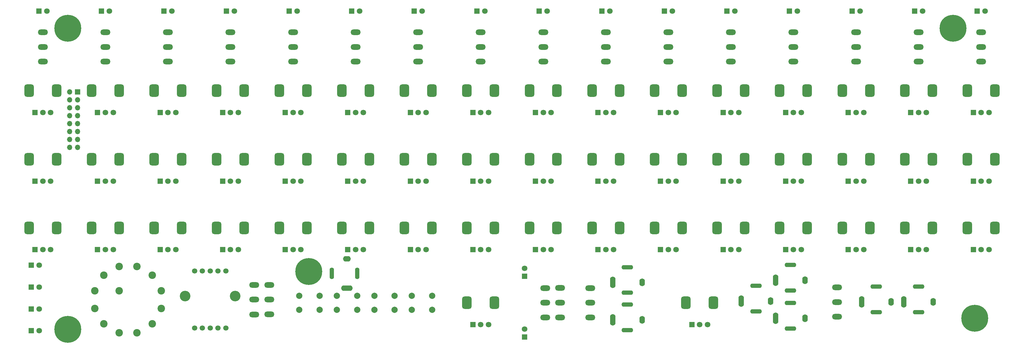
<source format=gbr>
%TF.GenerationSoftware,KiCad,Pcbnew,7.0.9*%
%TF.CreationDate,2024-01-01T10:09:09-06:00*%
%TF.ProjectId,SoundLab16StepSequencer,536f756e-644c-4616-9231-365374657053,rev?*%
%TF.SameCoordinates,Original*%
%TF.FileFunction,Soldermask,Bot*%
%TF.FilePolarity,Negative*%
%FSLAX46Y46*%
G04 Gerber Fmt 4.6, Leading zero omitted, Abs format (unit mm)*
G04 Created by KiCad (PCBNEW 7.0.9) date 2024-01-01 10:09:09*
%MOMM*%
%LPD*%
G01*
G04 APERTURE LIST*
G04 Aperture macros list*
%AMRoundRect*
0 Rectangle with rounded corners*
0 $1 Rounding radius*
0 $2 $3 $4 $5 $6 $7 $8 $9 X,Y pos of 4 corners*
0 Add a 4 corners polygon primitive as box body*
4,1,4,$2,$3,$4,$5,$6,$7,$8,$9,$2,$3,0*
0 Add four circle primitives for the rounded corners*
1,1,$1+$1,$2,$3*
1,1,$1+$1,$4,$5*
1,1,$1+$1,$6,$7*
1,1,$1+$1,$8,$9*
0 Add four rect primitives between the rounded corners*
20,1,$1+$1,$2,$3,$4,$5,0*
20,1,$1+$1,$4,$5,$6,$7,0*
20,1,$1+$1,$6,$7,$8,$9,0*
20,1,$1+$1,$8,$9,$2,$3,0*%
G04 Aperture macros list end*
%ADD10R,1.800000X1.800000*%
%ADD11C,1.800000*%
%ADD12RoundRect,0.750000X0.750000X-1.250000X0.750000X1.250000X-0.750000X1.250000X-0.750000X-1.250000X0*%
%ADD13C,2.000000*%
%ADD14O,1.750000X3.700000*%
%ADD15O,1.750000X2.500000*%
%ADD16O,3.700000X1.400000*%
%ADD17O,3.200000X1.800000*%
%ADD18C,1.700000*%
%ADD19C,3.400000*%
%ADD20C,8.600000*%
%ADD21C,2.400000*%
%ADD22O,3.700000X1.750000*%
%ADD23O,2.500000X1.750000*%
%ADD24O,1.400000X3.700000*%
%ADD25R,1.700000X1.700000*%
%ADD26O,1.700000X1.700000*%
G04 APERTURE END LIST*
D10*
%TO.C,RV43*%
X309500000Y-162000000D03*
D11*
X312000000Y-162000000D03*
X314500000Y-162000000D03*
D12*
X307600000Y-155000000D03*
X316400000Y-155000000D03*
%TD*%
D13*
%TO.C,SW20*%
X190000000Y-176750000D03*
X196500000Y-176750000D03*
X190000000Y-181250000D03*
X196500000Y-181250000D03*
%TD*%
D14*
%TO.C,J6*%
X306300000Y-171750000D03*
D15*
X315700000Y-171750000D03*
D16*
X311000000Y-166850000D03*
X311000000Y-175050000D03*
%TD*%
D17*
%TO.C,SW8*%
X152000000Y-92300000D03*
X152000000Y-97000000D03*
X152000000Y-101700000D03*
%TD*%
D10*
%TO.C,RV22*%
X289500000Y-118000000D03*
D11*
X292000000Y-118000000D03*
X294500000Y-118000000D03*
D12*
X287600000Y-111000000D03*
X296400000Y-111000000D03*
%TD*%
D10*
%TO.C,RV33*%
X209500000Y-140000000D03*
D11*
X212000000Y-140000000D03*
X214500000Y-140000000D03*
D12*
X207600000Y-133000000D03*
X216400000Y-133000000D03*
%TD*%
D17*
%TO.C,SW2*%
X139600000Y-182770000D03*
X139600000Y-178000000D03*
X139600000Y-173300000D03*
X144400000Y-182700000D03*
X144400000Y-178000000D03*
X144400000Y-173300000D03*
%TD*%
D13*
%TO.C,SW22*%
X166000000Y-176750000D03*
X172500000Y-176750000D03*
X166000000Y-181250000D03*
X172500000Y-181250000D03*
%TD*%
D10*
%TO.C,D45*%
X68275000Y-174000000D03*
D11*
X70815000Y-174000000D03*
%TD*%
D10*
%TO.C,RV5*%
X369500000Y-118000000D03*
D11*
X372000000Y-118000000D03*
X374500000Y-118000000D03*
D12*
X367600000Y-111000000D03*
X376400000Y-111000000D03*
%TD*%
D17*
%TO.C,SW11*%
X212000000Y-92300000D03*
X212000000Y-97000000D03*
X212000000Y-101700000D03*
%TD*%
%TO.C,SW9*%
X172000000Y-92300000D03*
X172000000Y-97000000D03*
X172000000Y-101700000D03*
%TD*%
D10*
%TO.C,RV45*%
X289500000Y-162000000D03*
D11*
X292000000Y-162000000D03*
X294500000Y-162000000D03*
D12*
X287600000Y-155000000D03*
X296400000Y-155000000D03*
%TD*%
D10*
%TO.C,RV11*%
X349500000Y-140000000D03*
D11*
X352000000Y-140000000D03*
X354500000Y-140000000D03*
D12*
X347600000Y-133000000D03*
X356400000Y-133000000D03*
%TD*%
D13*
%TO.C,SW21*%
X178000000Y-176750000D03*
X184500000Y-176750000D03*
X178000000Y-181250000D03*
X184500000Y-181250000D03*
%TD*%
D10*
%TO.C,RV38*%
X89500000Y-162000000D03*
D11*
X92000000Y-162000000D03*
X94500000Y-162000000D03*
D12*
X87600000Y-155000000D03*
X96400000Y-155000000D03*
%TD*%
D17*
%TO.C,SW19*%
X372000000Y-92300000D03*
X372000000Y-97000000D03*
X372000000Y-101700000D03*
%TD*%
%TO.C,SW26*%
X325900000Y-174100000D03*
X325900000Y-178800000D03*
X325900000Y-183500000D03*
%TD*%
D18*
%TO.C,SW1*%
X130500000Y-187150000D03*
X128000000Y-187150000D03*
D19*
X117500000Y-176900000D03*
D18*
X125500000Y-187150000D03*
D19*
X133500000Y-176900000D03*
D18*
X123000000Y-187150000D03*
X120500000Y-187150000D03*
X120500000Y-168850000D03*
X123000000Y-168850000D03*
X125500000Y-168850000D03*
X128000000Y-168850000D03*
X130500000Y-168850000D03*
%TD*%
D10*
%TO.C,RV26*%
X269500000Y-118000000D03*
D11*
X272000000Y-118000000D03*
X274500000Y-118000000D03*
D12*
X267600000Y-111000000D03*
X276400000Y-111000000D03*
%TD*%
D17*
%TO.C,SW13*%
X252000000Y-92300000D03*
X252000000Y-97000000D03*
X252000000Y-101700000D03*
%TD*%
D10*
%TO.C,D14*%
X190725000Y-85500000D03*
D11*
X193265000Y-85500000D03*
%TD*%
D10*
%TO.C,RV20*%
X149500000Y-118000000D03*
D11*
X152000000Y-118000000D03*
X154500000Y-118000000D03*
D12*
X147600000Y-111000000D03*
X156400000Y-111000000D03*
%TD*%
D10*
%TO.C,RV12*%
X109500000Y-118000000D03*
D11*
X112000000Y-118000000D03*
X114500000Y-118000000D03*
D12*
X107600000Y-111000000D03*
X116400000Y-111000000D03*
%TD*%
D17*
%TO.C,SW16*%
X312000000Y-92300000D03*
X312000000Y-97000000D03*
X312000000Y-101700000D03*
%TD*%
%TO.C,SW15*%
X292000000Y-92300000D03*
X292000000Y-97000000D03*
X292000000Y-101700000D03*
%TD*%
D10*
%TO.C,RV47*%
X269500000Y-162000000D03*
D11*
X272000000Y-162000000D03*
X274500000Y-162000000D03*
D12*
X267600000Y-155000000D03*
X276400000Y-155000000D03*
%TD*%
D10*
%TO.C,RV42*%
X129500000Y-162000000D03*
D11*
X132000000Y-162000000D03*
X134500000Y-162000000D03*
D12*
X127600000Y-155000000D03*
X136400000Y-155000000D03*
%TD*%
D10*
%TO.C,RV8*%
X89500000Y-118000000D03*
D11*
X92000000Y-118000000D03*
X94500000Y-118000000D03*
D12*
X87600000Y-111000000D03*
X96400000Y-111000000D03*
%TD*%
D10*
%TO.C,RV25*%
X169500000Y-140000000D03*
D11*
X172000000Y-140000000D03*
X174500000Y-140000000D03*
D12*
X167600000Y-133000000D03*
X176400000Y-133000000D03*
%TD*%
D10*
%TO.C,D61*%
X226000000Y-190000000D03*
D11*
X226000000Y-187460000D03*
%TD*%
D14*
%TO.C,J8*%
X295300000Y-178500000D03*
D15*
X304700000Y-178500000D03*
D16*
X300000000Y-173600000D03*
X300000000Y-181800000D03*
%TD*%
D10*
%TO.C,RV23*%
X289500000Y-140000000D03*
D11*
X292000000Y-140000000D03*
X294500000Y-140000000D03*
D12*
X287600000Y-133000000D03*
X296400000Y-133000000D03*
%TD*%
D10*
%TO.C,RV37*%
X369500000Y-162000000D03*
D11*
X372000000Y-162000000D03*
X374500000Y-162000000D03*
D12*
X367600000Y-155000000D03*
X376400000Y-155000000D03*
%TD*%
D14*
%TO.C,J7*%
X306300000Y-184000000D03*
D15*
X315700000Y-184000000D03*
D16*
X311000000Y-179100000D03*
X311000000Y-187300000D03*
%TD*%
D10*
%TO.C,D2*%
X70725000Y-85500000D03*
D11*
X73265000Y-85500000D03*
%TD*%
D10*
%TO.C,D64*%
X226000000Y-170500000D03*
D11*
X226000000Y-167960000D03*
%TD*%
D14*
%TO.C,J4*%
X333800000Y-178750000D03*
D15*
X343200000Y-178750000D03*
D16*
X338500000Y-173850000D03*
X338500000Y-182050000D03*
%TD*%
D10*
%TO.C,RV18*%
X309500000Y-118000000D03*
D11*
X312000000Y-118000000D03*
X314500000Y-118000000D03*
D12*
X307600000Y-111000000D03*
X316400000Y-111000000D03*
%TD*%
D17*
%TO.C,SW5*%
X92000000Y-92300000D03*
X92000000Y-97000000D03*
X92000000Y-101700000D03*
%TD*%
D10*
%TO.C,RV9*%
X89500000Y-140000000D03*
D11*
X92000000Y-140000000D03*
X94500000Y-140000000D03*
D12*
X87600000Y-133000000D03*
X96400000Y-133000000D03*
%TD*%
D20*
%TO.C,H5*%
X80000000Y-187500000D03*
%TD*%
D10*
%TO.C,D5*%
X350725000Y-85500000D03*
D11*
X353265000Y-85500000D03*
%TD*%
D10*
%TO.C,RV16*%
X129500000Y-118000000D03*
D11*
X132000000Y-118000000D03*
X134500000Y-118000000D03*
D12*
X127600000Y-111000000D03*
X136400000Y-111000000D03*
%TD*%
D10*
%TO.C,D47*%
X68275000Y-188000000D03*
D11*
X70815000Y-188000000D03*
%TD*%
D17*
%TO.C,SW12*%
X232000000Y-92300000D03*
X232000000Y-97000000D03*
X232000000Y-101700000D03*
%TD*%
D10*
%TO.C,RV4*%
X69500000Y-140000000D03*
D11*
X72000000Y-140000000D03*
X74500000Y-140000000D03*
D12*
X67600000Y-133000000D03*
X76400000Y-133000000D03*
%TD*%
D10*
%TO.C,D15*%
X250725000Y-85500000D03*
D11*
X253265000Y-85500000D03*
%TD*%
D10*
%TO.C,RV21*%
X149500000Y-140000000D03*
D11*
X152000000Y-140000000D03*
X154500000Y-140000000D03*
D12*
X147600000Y-133000000D03*
X156400000Y-133000000D03*
%TD*%
D10*
%TO.C,RV17*%
X129500000Y-140000000D03*
D11*
X132000000Y-140000000D03*
X134500000Y-140000000D03*
D12*
X127600000Y-133000000D03*
X136400000Y-133000000D03*
%TD*%
D17*
%TO.C,SW10*%
X192000000Y-92300000D03*
X192000000Y-97000000D03*
X192000000Y-101700000D03*
%TD*%
%TO.C,SW25*%
X247000000Y-183700000D03*
X247000000Y-179000000D03*
X247000000Y-174300000D03*
%TD*%
D10*
%TO.C,RV28*%
X189500000Y-118000000D03*
D11*
X192000000Y-118000000D03*
X194500000Y-118000000D03*
D12*
X187600000Y-111000000D03*
X196400000Y-111000000D03*
%TD*%
D10*
%TO.C,D7*%
X330725000Y-85500000D03*
D11*
X333265000Y-85500000D03*
%TD*%
D20*
%TO.C,H3*%
X370000000Y-184000000D03*
%TD*%
D10*
%TO.C,RV50*%
X209500000Y-162000000D03*
D11*
X212000000Y-162000000D03*
X214500000Y-162000000D03*
D12*
X207600000Y-155000000D03*
X216400000Y-155000000D03*
%TD*%
D10*
%TO.C,RV34*%
X229500000Y-118000000D03*
D11*
X232000000Y-118000000D03*
X234500000Y-118000000D03*
D12*
X227600000Y-111000000D03*
X236400000Y-111000000D03*
%TD*%
D10*
%TO.C,RV51*%
X229500000Y-162000000D03*
D11*
X232000000Y-162000000D03*
X234500000Y-162000000D03*
D12*
X227600000Y-155000000D03*
X236400000Y-155000000D03*
%TD*%
D10*
%TO.C,RV32*%
X209500000Y-118000000D03*
D11*
X212000000Y-118000000D03*
X214500000Y-118000000D03*
D12*
X207600000Y-111000000D03*
X216400000Y-111000000D03*
%TD*%
D10*
%TO.C,D10*%
X150750000Y-85500000D03*
D11*
X153290000Y-85500000D03*
%TD*%
D17*
%TO.C,SW24*%
X237400000Y-174230000D03*
X237400000Y-179000000D03*
X237400000Y-183700000D03*
X232600000Y-174300000D03*
X232600000Y-179000000D03*
X232600000Y-183700000D03*
%TD*%
D10*
%TO.C,RV29*%
X189500000Y-140000000D03*
D11*
X192000000Y-140000000D03*
X194500000Y-140000000D03*
D12*
X187600000Y-133000000D03*
X196400000Y-133000000D03*
%TD*%
D10*
%TO.C,RV49*%
X249500000Y-162000000D03*
D11*
X252000000Y-162000000D03*
X254500000Y-162000000D03*
D12*
X247600000Y-155000000D03*
X256400000Y-155000000D03*
%TD*%
D17*
%TO.C,SW17*%
X332000000Y-92300000D03*
X332000000Y-97000000D03*
X332000000Y-101700000D03*
%TD*%
D10*
%TO.C,RV48*%
X189500000Y-162000000D03*
D11*
X192000000Y-162000000D03*
X194500000Y-162000000D03*
D12*
X187600000Y-155000000D03*
X196400000Y-155000000D03*
%TD*%
D14*
%TO.C,J3*%
X347300000Y-178750000D03*
D15*
X356700000Y-178750000D03*
D16*
X352000000Y-173850000D03*
X352000000Y-182050000D03*
%TD*%
D10*
%TO.C,D11*%
X290725000Y-85500000D03*
D11*
X293265000Y-85500000D03*
%TD*%
D21*
%TO.C,SW3*%
X88635000Y-175153000D03*
X91472000Y-170222000D03*
X96403000Y-167385000D03*
X102097000Y-167385000D03*
X107028000Y-170222000D03*
X109865000Y-175153000D03*
X109865000Y-180847000D03*
X107028000Y-185778000D03*
X102097000Y-188615000D03*
X96403000Y-188615000D03*
X91472000Y-185778000D03*
X88635000Y-180847000D03*
X96422000Y-175172000D03*
%TD*%
D10*
%TO.C,RV40*%
X109500000Y-162000000D03*
D11*
X112000000Y-162000000D03*
X114500000Y-162000000D03*
D12*
X107600000Y-155000000D03*
X116400000Y-155000000D03*
%TD*%
D10*
%TO.C,D17*%
X230725000Y-85500000D03*
D11*
X233265000Y-85500000D03*
%TD*%
D10*
%TO.C,D3*%
X370725000Y-85500000D03*
D11*
X373265000Y-85500000D03*
%TD*%
D13*
%TO.C,SW23*%
X154000000Y-176750000D03*
X160500000Y-176750000D03*
X154000000Y-181250000D03*
X160500000Y-181250000D03*
%TD*%
D10*
%TO.C,D44*%
X68325000Y-167000000D03*
D11*
X70865000Y-167000000D03*
%TD*%
D10*
%TO.C,RV14*%
X329500000Y-118000000D03*
D11*
X332000000Y-118000000D03*
X334500000Y-118000000D03*
D12*
X327600000Y-111000000D03*
X336400000Y-111000000D03*
%TD*%
D10*
%TO.C,RV31*%
X249500000Y-140000000D03*
D11*
X252000000Y-140000000D03*
X254500000Y-140000000D03*
D12*
X247600000Y-133000000D03*
X256400000Y-133000000D03*
%TD*%
D17*
%TO.C,SW6*%
X112000000Y-92300000D03*
X112000000Y-97000000D03*
X112000000Y-101700000D03*
%TD*%
D20*
%TO.C,H2*%
X363000000Y-91000000D03*
%TD*%
D10*
%TO.C,RV6*%
X369500000Y-140000000D03*
D11*
X372000000Y-140000000D03*
X374500000Y-140000000D03*
D12*
X367600000Y-133000000D03*
X376400000Y-133000000D03*
%TD*%
D10*
%TO.C,D16*%
X210750000Y-85500000D03*
D11*
X213290000Y-85500000D03*
%TD*%
D10*
%TO.C,RV2*%
X209500000Y-186000000D03*
D11*
X212000000Y-186000000D03*
X214500000Y-186000000D03*
D12*
X207600000Y-179000000D03*
X216400000Y-179000000D03*
%TD*%
D17*
%TO.C,SW7*%
X132000000Y-92300000D03*
X132000000Y-97000000D03*
X132000000Y-101700000D03*
%TD*%
D10*
%TO.C,RV27*%
X269500000Y-140000000D03*
D11*
X272000000Y-140000000D03*
X274500000Y-140000000D03*
D12*
X267600000Y-133000000D03*
X276400000Y-133000000D03*
%TD*%
D10*
%TO.C,RV39*%
X349500000Y-162000000D03*
D11*
X352000000Y-162000000D03*
X354500000Y-162000000D03*
D12*
X347600000Y-155000000D03*
X356400000Y-155000000D03*
%TD*%
D10*
%TO.C,D4*%
X90725000Y-85500000D03*
D11*
X93265000Y-85500000D03*
%TD*%
D17*
%TO.C,SW4*%
X72000000Y-92300000D03*
X72000000Y-97000000D03*
X72000000Y-101700000D03*
%TD*%
D10*
%TO.C,RV13*%
X109500000Y-140000000D03*
D11*
X112000000Y-140000000D03*
X114500000Y-140000000D03*
D12*
X107600000Y-133000000D03*
X116400000Y-133000000D03*
%TD*%
D10*
%TO.C,RV24*%
X169500000Y-118000000D03*
D11*
X172000000Y-118000000D03*
X174500000Y-118000000D03*
D12*
X167600000Y-111000000D03*
X176400000Y-111000000D03*
%TD*%
D10*
%TO.C,RV7*%
X279500000Y-186000000D03*
D11*
X282000000Y-186000000D03*
X284500000Y-186000000D03*
D12*
X277600000Y-179000000D03*
X286400000Y-179000000D03*
%TD*%
D10*
%TO.C,RV35*%
X229500000Y-140000000D03*
D11*
X232000000Y-140000000D03*
X234500000Y-140000000D03*
D12*
X227600000Y-133000000D03*
X236400000Y-133000000D03*
%TD*%
D10*
%TO.C,D6*%
X110750000Y-85500000D03*
D11*
X113290000Y-85500000D03*
%TD*%
D17*
%TO.C,SW18*%
X352000000Y-92300000D03*
X352000000Y-97000000D03*
X352000000Y-101700000D03*
%TD*%
D10*
%TO.C,RV44*%
X149500000Y-162000000D03*
D11*
X152000000Y-162000000D03*
X154500000Y-162000000D03*
D12*
X147600000Y-155000000D03*
X156400000Y-155000000D03*
%TD*%
D10*
%TO.C,RV41*%
X329500000Y-162000000D03*
D11*
X332000000Y-162000000D03*
X334500000Y-162000000D03*
D12*
X327600000Y-155000000D03*
X336400000Y-155000000D03*
%TD*%
D10*
%TO.C,RV15*%
X329500000Y-140000000D03*
D11*
X332000000Y-140000000D03*
X334500000Y-140000000D03*
D12*
X327600000Y-133000000D03*
X336400000Y-133000000D03*
%TD*%
D20*
%TO.C,H4*%
X157000000Y-169000000D03*
%TD*%
D10*
%TO.C,RV10*%
X349500000Y-118000000D03*
D11*
X352000000Y-118000000D03*
X354500000Y-118000000D03*
D12*
X347600000Y-111000000D03*
X356400000Y-111000000D03*
%TD*%
D20*
%TO.C,H1*%
X80000000Y-91000000D03*
%TD*%
D10*
%TO.C,RV36*%
X69500000Y-162000000D03*
D11*
X72000000Y-162000000D03*
X74500000Y-162000000D03*
D12*
X67600000Y-155000000D03*
X76400000Y-155000000D03*
%TD*%
D10*
%TO.C,D46*%
X68275000Y-181000000D03*
D11*
X70815000Y-181000000D03*
%TD*%
D10*
%TO.C,D8*%
X130725000Y-85500000D03*
D11*
X133265000Y-85500000D03*
%TD*%
D10*
%TO.C,D9*%
X310725000Y-85500000D03*
D11*
X313265000Y-85500000D03*
%TD*%
D14*
%TO.C,J5*%
X254200000Y-172500000D03*
D15*
X263600000Y-172500000D03*
D16*
X258900000Y-167600000D03*
X258900000Y-175800000D03*
%TD*%
D10*
%TO.C,RV3*%
X69500000Y-118000000D03*
D11*
X72000000Y-118000000D03*
X74500000Y-118000000D03*
D12*
X67600000Y-111000000D03*
X76400000Y-111000000D03*
%TD*%
D14*
%TO.C,J2*%
X254200000Y-184500000D03*
D15*
X263600000Y-184500000D03*
D16*
X258900000Y-179600000D03*
X258900000Y-187800000D03*
%TD*%
D17*
%TO.C,SW14*%
X272000000Y-92300000D03*
X272000000Y-97000000D03*
X272000000Y-101700000D03*
%TD*%
D10*
%TO.C,D13*%
X270725000Y-85500000D03*
D11*
X273265000Y-85500000D03*
%TD*%
D10*
%TO.C,RV30*%
X249500000Y-118000000D03*
D11*
X252000000Y-118000000D03*
X254500000Y-118000000D03*
D12*
X247600000Y-111000000D03*
X256400000Y-111000000D03*
%TD*%
D10*
%TO.C,RV19*%
X309500000Y-140000000D03*
D11*
X312000000Y-140000000D03*
X314500000Y-140000000D03*
D12*
X307600000Y-133000000D03*
X316400000Y-133000000D03*
%TD*%
D22*
%TO.C,J1*%
X169250000Y-174325000D03*
D23*
X169250000Y-164925000D03*
D24*
X164350000Y-169625000D03*
X172550000Y-169625000D03*
%TD*%
D10*
%TO.C,D12*%
X170750000Y-85500000D03*
D11*
X173290000Y-85500000D03*
%TD*%
D10*
%TO.C,RV46*%
X169500000Y-162000000D03*
D11*
X172000000Y-162000000D03*
X174500000Y-162000000D03*
D12*
X167600000Y-155000000D03*
X176400000Y-155000000D03*
%TD*%
D25*
%TO.C,J9*%
X83100000Y-111385000D03*
D26*
X80560000Y-111385000D03*
X83100000Y-113925000D03*
X80560000Y-113925000D03*
X83100000Y-116465000D03*
X80560000Y-116465000D03*
X83100000Y-119005000D03*
X80560000Y-119005000D03*
X83100000Y-121545000D03*
X80560000Y-121545000D03*
X83100000Y-124085000D03*
X80560000Y-124085000D03*
X83100000Y-126625000D03*
X80560000Y-126625000D03*
X83100000Y-129165000D03*
X80560000Y-129165000D03*
%TD*%
M02*

</source>
